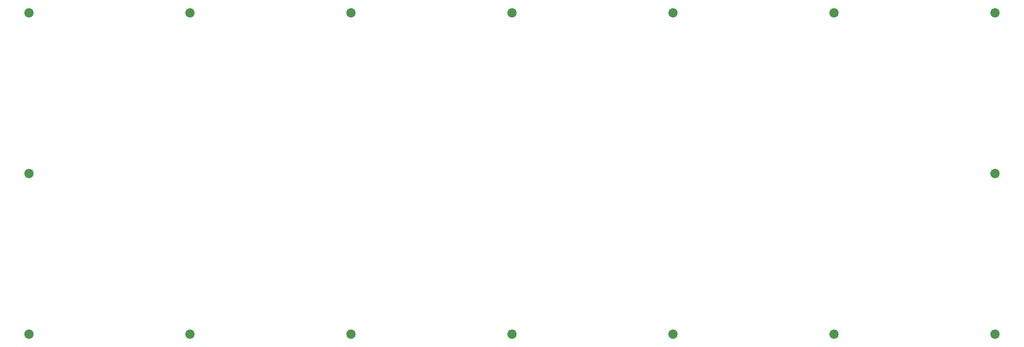
<source format=gbr>
%TF.GenerationSoftware,KiCad,Pcbnew,(5.1.10)-1*%
%TF.CreationDate,2021-09-02T14:36:04-06:00*%
%TF.ProjectId,BlankBottom,426c616e-6b42-46f7-9474-6f6d2e6b6963,rev?*%
%TF.SameCoordinates,Original*%
%TF.FileFunction,Soldermask,Top*%
%TF.FilePolarity,Negative*%
%FSLAX46Y46*%
G04 Gerber Fmt 4.6, Leading zero omitted, Abs format (unit mm)*
G04 Created by KiCad (PCBNEW (5.1.10)-1) date 2021-09-02 14:36:04*
%MOMM*%
%LPD*%
G01*
G04 APERTURE LIST*
%ADD10C,2.200000*%
G04 APERTURE END LIST*
D10*
%TO.C,H16*%
X280035000Y-88265000D03*
%TD*%
%TO.C,H15*%
X241935000Y-126365000D03*
%TD*%
%TO.C,H14*%
X165735000Y-126365000D03*
%TD*%
%TO.C,H13*%
X89535000Y-126365000D03*
%TD*%
%TO.C,H12*%
X241935000Y-50165000D03*
%TD*%
%TO.C,H11*%
X165735000Y-50165000D03*
%TD*%
%TO.C,H10*%
X89535000Y-50165000D03*
%TD*%
%TO.C,H9*%
X51435000Y-88265000D03*
%TD*%
%TO.C,H8*%
X280035000Y-126365000D03*
%TD*%
%TO.C,H4*%
X203835000Y-126365000D03*
%TD*%
%TO.C,H7*%
X127635000Y-126365000D03*
%TD*%
%TO.C,H3*%
X51435000Y-126365000D03*
%TD*%
%TO.C,H6*%
X280035000Y-50165000D03*
%TD*%
%TO.C,H2*%
X203835000Y-50165000D03*
%TD*%
%TO.C,H5*%
X127635000Y-50165000D03*
%TD*%
%TO.C,H1*%
X51435000Y-50165000D03*
%TD*%
M02*

</source>
